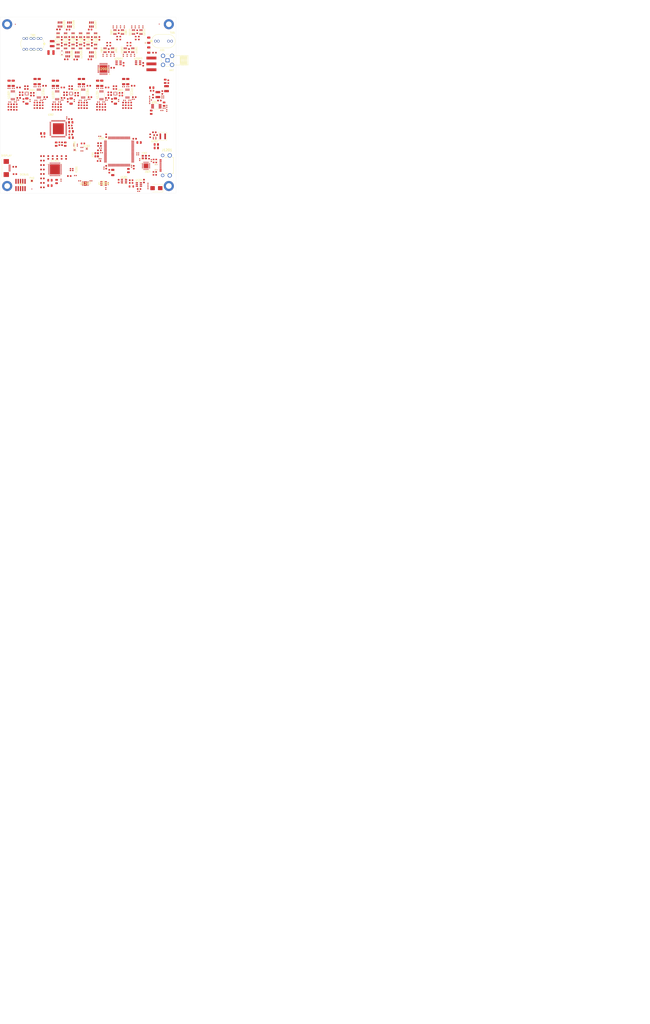
<source format=kicad_pcb>
(kicad_pcb (version 20241229) (generator "pcbnew") (generator_version "9.0")
  (layers (0 "F.Cu" signal) (4 "In1.Cu" power "In1.Cu.gnd") (6 "In2.Cu" signal) (8 "In3.Cu" power "In3.Cu.pwr") (10 "In4.Cu" power "In4.Cu.gnd") (2 "B.Cu" signal) (13 "F.Paste" user) (15 "B.Paste" user) (5 "F.SilkS" user "F.Silkscreen") (7 "B.SilkS" user "B.Silkscreen") (1 "F.Mask" user) (3 "B.Mask" user) (25 "Edge.Cuts" user))
  (property "PROJECTNAME" "NexRig")
  (property "SHEETTOTAL" "1")
  (net 0 "")
  (net 1 "Net-(U202-VDD18)")
  (net 2 "/Rx Front End/RxZ200")
  (net 3 "+3.3V-ON")
  (net 4 "Net-(T101-PB)")
  (net 5 "/Rx Front End/VREF1")
  (net 6 "/Rx Front End/VREF2")
  (net 7 "+3.3VA")
  (net 8 "+5VA")
  (net 9 "VBUS")
  (net 10 "/Rx Front End/VREF3")
  (net 11 "/Rx Front End/VREF4")
  (net 12 "nRESET")
  (net 13 "+3.3V")
  (net 14 "/FPGA/fpgaTestInject")
  (net 15 "/Power/usbDN")
  (net 16 "/Power/usbDP")
  (net 17 "+3.3VFPGAIO")
  (net 18 "Net-(J101-In)")
  (net 19 "/microcontroller/VREF")
  (net 20 "+5.7V")
  (net 21 "/Rx Front End/rxI0+")
  (net 22 "/Rx Front End/rxI0-")
  (net 23 "/Rx Front End/rxQ1+")
  (net 24 "/Rx Front End/rxQ1-")
  (net 25 "/Rx Front End/QSD2/rfIn")
  (net 26 "/Rx Front End/rxQ2+")
  (net 27 "/Rx Front End/rxQ2-")
  (net 28 "/Rx Front End/rxQ0+")
  (net 29 "Net-(T101-PA)")
  (net 30 "/Rx Front End/rxQ0-")
  (net 31 "/Rx Front End/QSD0/rfIn")
  (net 32 "/Rx Front End/rxI1+")
  (net 33 "/Rx Front End/rxI1-")
  (net 34 "/Rx Front End/rxI2+")
  (net 35 "/Rx Front End/rxI2-")
  (net 36 "Net-(U301-1-+)")
  (net 37 "Net-(U301-2-+)")
  (net 38 "Net-(U202-VBUS)")
  (net 39 "Net-(U202-RBIAS)")
  (net 40 "/microcontroller/SWCL")
  (net 41 "/microcontroller/BOOT0")
  (net 42 "/microcontroller/dispNSS")
  (net 43 "/microcontroller/dispMOSI")
  (net 44 "/microcontroller/dispSCK")
  (net 45 "/microcontroller/dispDC")
  (net 46 "/microcontroller/dispRESET")
  (net 47 "/microcontroller/SWO")
  (net 48 "/microcontroller/SWDIO")
  (net 49 "/FPGA/FPGA.MOSI")
  (net 50 "GND")
  (net 51 "/FPGA/FPGA.NSS")
  (net 52 "/FPGA/FPGA.MISO")
  (net 53 "/FPGA/FPGA.SCK")
  (net 54 "/FPGA/Ctrl.audioReset")
  (net 55 "/FPGA/Ctrl.qsdMOSI")
  (net 56 "/FPGA/Ctrl.qsdSCK")
  (net 57 "/FPGA/Ctrl.qsdBCLK")
  (net 58 "/FPGA/Ctrl.qsdData")
  (net 59 "/FPGA/Ctrl.enable6V")
  (net 60 "+VFPGACORE")
  (net 61 "/FPGA/Ctrl.qsdNSS")
  (net 62 "/FPGA/Ctrl.qsdWCLK")
  (net 63 "/microcontroller/usbDATA4")
  (net 64 "/microcontroller/usbDATA2")
  (net 65 "/FPGA/Ctrl.qsdMCLK")
  (net 66 "/FPGA/Ctrl.enable5VA")
  (net 67 "/FPGA/Ctrl.enable3V3")
  (net 68 "/Rx Front End/QSD1/rfIn")
  (net 69 "/FPGA/Ctrl.enable3VA")
  (net 70 "/FPGA/Ctrl.audioSCL")
  (net 71 "/FPGA/Ctrl.audioSDA")
  (net 72 "+1V65bias")
  (net 73 "+2V5bias")
  (net 74 "/microcontroller/usbDATA0")
  (net 75 "/microcontroller/usbDATA1")
  (net 76 "/microcontroller/usbDIR")
  (net 77 "/microcontroller/usbSTP")
  (net 78 "/Rx Front End/Tpad 3/in")
  (net 79 "/Rx Front End/Tpad 12/out")
  (net 80 "/Rx Front End/Tpad 12/in")
  (net 81 "/microcontroller/usbNXT")
  (net 82 "/microcontroller/usbCLKOUT")
  (net 83 "/microcontroller/usbDATA7")
  (net 84 "/microcontroller/usbDATA3")
  (net 85 "Net-(FB301-Pad1)")
  (net 86 "Net-(FB301-Pad2)")
  (net 87 "Net-(FB302-Pad2)")
  (net 88 "Net-(FB302-Pad1)")
  (net 91 "/microcontroller/usbDATA6")
  (net 92 "/microcontroller/usbDATA5")
  (net 93 "Net-(U202-XO)")
  (net 94 "Net-(U202-REFCLK{slash}XI)")
  (net 95 "Net-(U301-1--)")
  (net 96 "Net-(U301-2--)")
  (net 97 "/FPGA/Ctrl.usbCC1adc")
  (net 98 "/FPGA/Ctrl.usbCC2adc")
  (net 99 "/FPGA/FPGA.INTN")
  (net 100 "/FPGA/FPGA.DONE")
  (net 101 "/FPGA/Ctrl.enableFPGAVCORE")
  (net 102 "/FPGA/FPGA.PROG")
  (net 103 "/FPGA/FPGACLK")
  (net 104 "/FPGA/Ctrl.qsdPh1c")
  (net 105 "/FPGA/Ctrl.qsdPh1b")
  (net 106 "/FPGA/Ctrl.qsdPh0b")
  (net 107 "/FPGA/Ctrl.qsdPh0d")
  (net 108 "/FPGA/Ctrl.qsdPh2a")
  (net 109 "/FPGA/Ctrl.qsdPh1a")
  (net 110 "/FPGA/VFPGAPLL")
  (net 111 "/FPGA/Ctrl.qsdPh1d")
  (net 112 "/FPGA/Ctrl.qsdPh0c")
  (net 113 "/FPGA/Ctrl.qsdPh2b")
  (net 114 "/FPGA/Ctrl.qsdPh2c")
  (net 115 "/FPGA/Ctrl.qsdPh0a")
  (net 116 "/FPGA/Ctrl.qsdPh2d")
  (net 117 "Net-(C201-Pad1)")
  (net 118 "Net-(C202-Pad1)")
  (net 119 "Net-(U302-VDD18)")
  (net 120 "Net-(U201-PA0)")
  (net 121 "Net-(R202-Pad2)")
  (net 122 "Net-(U201-PH0)")
  (net 123 "/FPGA/Tune.n3dB")
  (net 124 "/FPGA/Tune.atten3dB")
  (net 125 "/FPGA/Tune.n6dB")
  (net 126 "/FPGA/Tune.atten6dB")
  (net 127 "/FPGA/Tune.n12dB")
  (net 128 "/FPGA/Tune.atten12dB")
  (net 129 "/FPGA/Tune.n24dB")
  (net 130 "/FPGA/Tune.atten24dB")
  (net 131 "Net-(U201-PH1)")
  (net 179 "/FPGA/Tune.C9")
  (net 180 "/FPGA/Tune.nL1")
  (net 181 "/FPGA/Tune.nC4")
  (net 182 "/FPGA/Tune.C6")
  (net 183 "/FPGA/Tune.C5")
  (net 184 "/FPGA/Tune.nC0")
  (net 185 "/FPGA/Tune.nC10")
  (net 186 "/FPGA/Tune.C4")
  (net 187 "/FPGA/Tune.nC8")
  (net 188 "/FPGA/Tune.C10")
  (net 189 "/FPGA/Tune.nC5")
  (net 190 "/FPGA/Tune.C1")
  (net 191 "/FPGA/Tune.nC2")
  (net 192 "/FPGA/Tune.nC1")
  (net 193 "/FPGA/Tune.C3")
  (net 194 "/FPGA/Tune.C8")
  (net 195 "/FPGA/Tune.C2")
  (net 196 "/FPGA/Tune.nC3")
  (net 197 "/FPGA/Tune.C0")
  (net 198 "/FPGA/Tune.nC9")
  (net 199 "/FPGA/Tune.C7")
  (net 200 "/FPGA/Tune.nC6")
  (net 201 "/FPGA/Tune.L1")
  (net 202 "/FPGA/Tune.nC7")
  (net 203 "/Rx Front End/Rx Preselector/preselIn")
  (net 204 "Net-(U701-J1)")
  (net 205 "Net-(U702-J1)")
  (net 206 "Net-(U703-J1)")
  (net 207 "Net-(U704-J1)")
  (net 208 "Net-(U705-J1)")
  (net 209 "Net-(U706-J1)")
  (net 210 "Net-(U707-J1)")
  (net 211 "Net-(U708-J1)")
  (net 212 "Net-(U709-J1)")
  (net 213 "Net-(U710-J1)")
  (net 214 "Net-(U711-J1)")
  (net 215 "Net-(U1201-SW)")
  (net 216 "Net-(U1201-CB)")
  (net 217 "Net-(U1203-IN)")
  (net 218 "Net-(U1204-CT)")
  (net 219 "Net-(D1201-A2)")
  (net 220 "Net-(D1203-A2)")
  (net 223 "Net-(U712-J1)")
  (net 224 "Net-(U1202-SW)")
  (net 225 "/Rx Front End/QSD1/PGA2/in+")
  (net 226 "/Rx Front End/QSD1/PGA1/in+")
  (net 227 "/Rx Front End/QSD2/PGA2/in+")
  (net 228 "/Rx Front End/QSD2/PGA1/in+")
  (net 229 "/Rx Front End/QSD0/PGA2/in-")
  (net 230 "Net-(U601-NO1)")
  (net 231 "Net-(U801-V2)")
  (net 232 "Net-(U801-V1)")
  (net 233 "Net-(R803-Pad1)")
  (net 234 "Net-(U801-J2)")
  (net 235 "Net-(U802-V2)")
  (net 236 "Net-(U802-V1)")
  (net 237 "Net-(U901-V2)")
  (net 238 "Net-(U901-V1)")
  (net 239 "Net-(U901-J2)")
  (net 240 "Net-(R903-Pad1)")
  (net 241 "Net-(U902-V2)")
  (net 242 "Net-(U902-V1)")
  (net 243 "Net-(U1001-V2)")
  (net 244 "Net-(U1001-V1)")
  (net 245 "Net-(R1003-Pad1)")
  (net 246 "Net-(U1001-J2)")
  (net 247 "Net-(U1002-V2)")
  (net 248 "Net-(U1002-V1)")
  (net 249 "Net-(U1101-V2)")
  (net 250 "Net-(U1101-V1)")
  (net 251 "Net-(R1103-Pad1)")
  (net 252 "Net-(U1101-J2)")
  (net 253 "Net-(U1102-V2)")
  (net 254 "Net-(U1102-V1)")
  (net 255 "Net-(U1202-FB)")
  (net 256 "Net-(U1201-FB)")
  (net 257 "Net-(U801-J3)")
  (net 258 "Net-(U901-J3)")
  (net 259 "Net-(U1001-J3)")
  (net 260 "Net-(U1101-J3)")
  (net 261 "Net-(U1206-CT)")
  (net 262 "Net-(C1305-Pad1)")
  (net 263 "Net-(R302-Pad1)")
  (net 264 "Net-(R304-Pad1)")
  (net 265 "Net-(U1301-1-IOT_50b)")
  (net 267 "Net-(U1206-ON)")
  (net 290 "/Rx Front End/QSD0/PGA1/in-")
  (net 291 "/Rx Front End/QSD0/PGA2/in+")
  (net 292 "/Rx Front End/QSD0/PGA1/in+")
  (net 293 "Net-(U1401-INA-)")
  (net 294 "Net-(U1401-INA+)")
  (net 295 "Net-(U1401-INB)")
  (net 296 "Net-(U1401-OUTA)")
  (net 297 "Net-(U1401-OUTB)")
  (net 298 "Net-(T301-P2B)")
  (net 299 "Net-(T301-P1B)")
  (net 300 "Net-(U712-J3)")
  (net 301 "Net-(U802-J3)")
  (net 302 "Net-(U902-J3)")
  (net 303 "Net-(U1002-J3)")
  (net 304 "Net-(U1102-J3)")
  (net 305 "Net-(U1701-INA-)")
  (net 306 "Net-(U1701-INA+)")
  (net 307 "Net-(U1701-OUTA)")
  (net 308 "Net-(U1701-INB)")
  (net 309 "Net-(U1701-OUTB)")
  (net 310 "Net-(U401-NO1)")
  (net 311 "/Rx Front End/QSD1/PGA2/in-")
  (net 312 "/Rx Front End/QSD1/PGA1/in-")
  (net 313 "Net-(U501-NO1)")
  (net 314 "/Rx Front End/QSD2/PGA2/in-")
  (net 315 "/Rx Front End/QSD2/PGA1/in-")
  (net 316 "Net-(U1501-INA-)")
  (net 317 "Net-(U1501-INA+)")
  (net 318 "Net-(U1501-INB)")
  (net 319 "Net-(U1501-OUTA)")
  (net 320 "Net-(U1501-OUTB)")
  (net 321 "Net-(U1601-INA-)")
  (net 322 "Net-(U1601-INA+)")
  (net 323 "Net-(U1601-INB)")
  (net 324 "Net-(U1601-OUTA)")
  (net 325 "Net-(U1601-OUTB)")
  (net 326 "Net-(U1801-INA-)")
  (net 327 "Net-(U1801-INA+)")
  (net 328 "Net-(U1801-OUTA)")
  (net 329 "Net-(U1801-INB)")
  (net 330 "Net-(U1801-OUTB)")
  (net 331 "Net-(U1901-INA-)")
  (net 332 "Net-(U1901-INA+)")
  (net 333 "Net-(U1901-INB)")
  (net 334 "Net-(U1901-OUTA)")
  (net 335 "Net-(U1901-OUTB)")
  (footprint "Resistor_SMD:R_0603_1608Metric" (layer "F.Cu") (at -39.107189 -305.044054 -90)
    (property "Reference" "R1506" (hide yes))
    (property "Value" "330")
  )
  (footprint "Capacitor_SMD:C_0402_1005Metric" (layer "F.Cu") (at -58.832189 -309.669054)
    (property "Reference" "C1604" (hide yes))
    (property "Value" "1uF")
  )
  (footprint "Diode_SMD:D_SOD-923" (layer "F.Cu") (at 19.156671 -270.436253)
    (property "Reference" "D1201" (hide yes))
    (property "Value" "ESD9B5.0ST5G")
  )
  (footprint "Capacitor_SMD:C_1206_3216Metric" (layer "F.Cu") (at -36.457189 -319.127254 90)
    (property "Reference" "C1502" (hide yes))
    (property "Value" "100nF")
  )
  (footprint "Capacitor_SMD:C_0603_1608Metric" (layer "F.Cu") (at -55.595 -309.53 90)
    (property "Reference" "C504" (hide yes))
    (property "Value" "100nF")
  )
  (footprint "MountingHole:MountingHole_3.2mm_M3_ISO7380_Pad" (layer "F.Cu") (at -64.77 -352.34)
    (property "Reference" "MH104" (hide yes))
    (property "Value" "MountingHole" (hide yes))
  )
  (footprint "Capacitor_SMD:C_0805_2012Metric" (layer "F.Cu") (at -44.75 -290.885 180)
    (property "Reference" "C308" (hide yes))
    (property "Value" "10uF")
  )
  (footprint "Resistor_SMD:R_0603_1608Metric" (layer "F.Cu") (at 19.076671 -268.436253 -90)
    (property "Reference" "R1202" (hide yes))
    (property "Value" "5.1k")
  )
  (footprint "Capacitor_SMD:C_0603_1608Metric" (layer "F.Cu") (at -13.07 -275.415 180)
    (property "Reference" "C217" (hide yes))
    (property "Value" "100nF")
  )
  (footprint "Package_DFN_QFN:QFN-48-1EP_7x7mm_P0.5mm_EP5.6x5.6mm" (layer "F.Cu") (at -37.87 -270.74)
    (property "Reference" "U1301")
    (property "Value" "ICE40UP5K-SG48I")
  )
  (footprint "Capacitor_SMD:C_0603_1608Metric" (layer "F.Cu") (at -33.332189 -310.869054)
    (property "Reference" "C1505" (hide yes))
    (property "Value" "100nF")
  )
  (footprint "Capacitor_SMD:C_1206_3216Metric" (layer "F.Cu") (at 0.805 -320.0882 90)
    (property "Reference" "C1401" (hide yes))
    (property "Value" "100nF")
  )
  (footprint "Resistor_SMD:R_0402_1005Metric" (layer "F.Cu") (at -12.635 -289.29 180)
    (property "Reference" "R201" (hide yes))
    (property "Value" "10k")
  )
  (footprint "Capacitor_SMD:C_0603_1608Metric" (layer "F.Cu") (at -31.52 -332.6025)
    (property "Reference" "C2006" (hide yes))
    (property "Value" "100nF")
  )
  (footprint "Capacitor_SMD:C_0603_1608Metric" (layer "F.Cu") (at 9.48 -259.65)
    (property "Reference" "C1202" (hide yes))
    (property "Value" "10uF")
  )
  (footprint "Capacitor_SMD:C_0603_1608Metric" (layer "F.Cu") (at 6.48 -271.89 -90)
    (property "Reference" "C208" (hide yes))
    (property "Value" "10uF")
  )
  (footprint "Resistor_SMD:R_0402_1005Metric" (layer "F.Cu") (at 25.06 -306.161279 90)
    (property "Reference" "R303" (hide yes))
    (property "Value" "47k")
  )
  (footprint "Library:QFN50P900X900X100-65N" (layer "F.Cu") (at -35.97 -293.54 90)
    (property "Reference" "U302")
    (property "Value" "AK5578EN" (hide yes))
  )
  (footprint "Capacitor_SMD:C_0805_2012Metric" (layer "F.Cu") (at 24.18 -320.246279 90)
    (property "Reference" "C306" (hide yes))
    (property "Value" "2.2uF")
  )
  (footprint "Capacitor_SMD:C_0603_1608Metric" (layer "F.Cu") (at -60.932189 -304.994054 90)
    (property "Reference" "C1608" (hide yes))
    (property "Value" "3.3nF")
  )
  (footprint "Resistor_SMD:R_0402_1005Metric" (layer "F.Cu") (at -51.895 -309.43 90)
    (property "Reference" "R501" (hide yes))
    (property "Value" "10k")
  )
  (footprint "Capacitor_SMD:C_0603_1608Metric" (layer "F.Cu") (at -36.007189 -304.994054 90)
    (property "Reference" "C1508" (hide yes))
    (property "Value" "3.3nF")
  )
  (footprint "Capacitor_SMD:C_0805_2012Metric" (layer "F.Cu") (at -40.675 -261.57)
    (property "Reference" "C1315" (hide yes))
    (property "Value" "4.7uF")
  )
  (footprint "Resistor_SMD:R_0402_1005Metric" (layer "F.Cu") (at -46.695 -317.23 180)
    (property "Reference" "R1902" (hide yes))
    (property "Value" "10k")
  )
  (footprint "Capacitor_SMD:C_0603_1608Metric" (layer "F.Cu") (at -10.349533 -307.313197 180)
    (property "Reference" "C1706" (hide yes))
    (property "Value" "150pF")
  )
  (footprint "Capacitor_SMD:C_0603_1608Metric" (layer "F.Cu") (at -26.19981 -332.509863)
    (property "Reference" "C2005" (hide yes))
    (property "Value" "100nF")
  )
  (footprint "Capacitor_SMD:C_0603_1608Metric" (layer "F.Cu") (at -4.845 -316.715 90)
    (property "Reference" "C603" (hide yes))
    (property "Value" "100nF")
  )
  (footprint "Inductor_SMD:L_0603_1608Metric" (layer "F.Cu") (at -44.905 -260.58 180)
    (property "Reference" "FB1301" (hide yes))
    (property "Value" "600")
  )
  (footprint "Capacitor_SMD:C_1206_3216Metric" (layer "F.Cu") (at -28.77 -309.13 90)
    (property "Reference" "C401" (hide yes))
    (property "Value" "100nF")
  )
  (footprint "Resistor_SMD:R_0603_1608Metric" (layer "F.Cu") (at -14.182189 -305.044054 -90)
    (property "Reference" "R1706" (hide yes))
    (property "Value" "330")
  )
  (footprint "Capacitor_SMD:C_0402_1005Metric" (layer "F.Cu") (at -17.59 -264.24)
    (property "Reference" "C1213" (hide yes))
    (property "Value" "1uF")
  )
  (footprint "Capacitor_SMD:C_0805_2012Metric" (layer "F.Cu") (at 19.18 -284.71 180)
    (property "Reference" "C1205" (hide yes))
    (property "Value" "10uF")
  )
  (footprint "Resistor_SMD:R_0402_1005Metric" (layer "F.Cu") (at 5.360208 -350.820226 -90)
    (property "Reference" "R1101" (hide yes))
    (property "Value" "1k")
  )
  (footprint "Library:QFN65P600X600X100-29N-D" (layer "F.Cu") (at -10.52 -327.19 180)
    (property "Reference" "U2001")
    (property "Value" "MCP23S17" (hide yes))
  )
  (footprint "Inductor_SMD:L_0603_1608Metric" (layer "F.Cu") (at 17.31 -311.863779 -90)
    (property "Reference" "FB301" (hide yes))
    (property "Value" "600")
  )
  (footprint "Inductor_SMD:L_0603_1608Metric" (layer "F.Cu") (at -22.12 -285.28)
    (property "Reference" "FB1201" (hide yes))
    (property "Value" "600")
  )
  (footprint "Capacitor_SMD:C_0603_1608Metric" (layer "F.Cu") (at -53.195 -316.715 90)
    (property "Reference" "C502" (hide yes))
    (property "Value" "10uF")
  )
  (footprint "Resistor_SMD:R_0402_1005Metric" (layer "F.Cu") (at -20.637344 -309.574143 180)
    (property "Reference" "R1803" (hide yes))
    (property "Value" "10k")
  )
  (footprint "Capacitor_SMD:C_0603_1608Metric" (layer "F.Cu") (at -18.075192 -349.343547)
    (property "Reference" "C2007" (hide yes))
    (property "Value" "100nF")
  )
  (footprint "Diode_SMD:D_SMB" (layer "F.Cu") (at 19.23 -260.14 180)
    (property "Reference" "D1202" (hide yes))
    (property "Value" "SMBJ15A")
  )
  (footprint "Inductor_SMD:L_1210_3225Metric" (layer "F.Cu") (at 24.93 -316.126279 90)
    (property "Reference" "L302" (hide yes))
    (property "Value" "1.5uH")
  )
  (footprint "Library:SOT65P220X110-6N" (layer "F.Cu") (at -23.46 -346.19 -90)
    (property "Reference" "U708")
    (property "Value" "AS183-92LF" (hide yes))
  )
  (footprint "Resistor_SMD:R_0402_1005Metric" (layer "F.Cu") (at 15.42 -311.246279 90)
    (property "Reference" "R301" (hide yes))
    (property "Value" "100k")
  )
  (footprint "Capacitor_SMD:C_0603_1608Metric" (layer "F.Cu") (at -0.72 -312.23)
    (property "Reference" "C606" (hide yes))
    (property "Value" "470pF")
  )
  (footprint "Library:SOT65P220X110-6N" (layer "F.Cu") (at -31.9 -339.84 90)
    (property "Reference" "U705")
    (property "Value" "AS183-92LF" (hide yes))
  )
  (footprint "Resistor_SMD:R_0402_1005Metric" (layer "F.Cu") (at -21.77 -317.23 180)
    (property "Reference" "R1802" (hide yes))
    (property "Value" "10k")
  )
  (footprint "Capacitor_SMD:C_0402_1005Metric" (layer "F.Cu") (at -23.99 -264.24 180)
    (property "Reference" "C1216" (hide yes))
    (property "Value" "1uF")
  )
  (footprint "Resistor_SMD:R_0402_1005Metric" (layer "F.Cu") (at 16.376671 -275.676253 90)
    (property "Reference" "R205" (hide yes))
    (property "Value" "8.06k")
  )
  (footprint "Library:SOT65P220X110-6N" (layer "F.Cu") (at -19.24 -339.84 90)
    (property "Reference" "U702")
    (property "Value" "AS183-92LF" (hide yes))
  )
  (footprint "Capacitor_SMD:C_0603_1608Metric" (layer "F.Cu") (at -18.145 -311.33)
    (property "Reference" "C1805" (hide yes))
    (property "Value" "100nF")
  )
  (footprint "Capacitor_SMD:C_0402_1005Metric" (layer "F.Cu") (at -27.245 -284.354643 -90)
    (property "Reference" "C1212" (hide yes))
    (property "Value" "1uF")
  )
  (footprint "Resistor_SMD:R_0402_1005Metric" (layer "F.Cu") (at -10.765899 -334.868699 -90)
    (property "Reference" "R906" (hide yes))
    (property "Value" "1k")
  )
  (footprint "Capacitor_SMD:C_0603_1608Metric" (layer "F.Cu") (at -25.566 -344.385 90)
    (property "Reference" "C709" (hide yes))
    (property "Value" "2.2nF")
  )
  (footprint "Capacitor_SMD:C_1206_3216Metric" (layer "F.Cu") (at -61.382189 -319.127254 90)
    (property "Reference" "C1602" (hide yes))
    (property "Value" "100nF")
  )
  (footprint "Capacitor_SMD:C_1206_3216Metric" (layer "F.Cu") (at -3.845 -309.13 90)
    (property "Reference" "C601" (hide yes))
    (property "Value" "100nF")
  )
  (footprint "Capacitor_SMD:C_0603_1608Metric" (layer "F.Cu") (at -44.905 -268.11)
    (property "Reference" "C1314" (hide yes))
    (property "Value" "100nF")
  )
  (footprint "Capacitor_SMD:C_0805_2012Metric" (layer "F.Cu") (at 3.48 -270.015 -90)
    (property "Reference" "C201" (hide yes))
    (property "Value" "2.2uF")
  )
  (footprint "Capacitor_SMD:C_0603_1608Metric" (layer "F.Cu") (at -23.67 -308.28 180)
    (property "Reference" "C1807" (hide yes))
    (property "Value" "150pF")
  )
  (footprint "Diode_SMD:D_SOD-323" (layer "F.Cu") (at -33.949 -336.2851 90)
    (property "Reference" "D301" (hide yes))
    (property "Value" "CDSOD323-TxxC")
  )
  (footprint "Capacitor_SMD:C_0603_1608Metric" (layer "F.Cu") (at -28.995 -290.29)
    (property "Reference" "C321" (hide yes))
    (property "Value" "100nF")
  )
  (footprint "Resistor_SMD:R_0402_1005Metric" (layer "F.Cu") (at 22.31 -311.411279 -90)
    (property "Reference" "R308" (hide yes))
    (property "Value" "33")
  )
  (footprint "Capacitor_SMD:C_0603_1608Metric" (layer "F.Cu") (at -60.199533 -307.313197 180)
    (property "Reference" "C1606" (hide yes))
    (property "Value" "150pF")
  )
  (footprint "Resistor_SMD:R_0402_1005Metric" (layer "F.Cu") (at 1.255 -309.53 180)
    (property "Reference" "R1404" (hide yes))
    (property "Value" "10k")
  )
  (footprint "Capacitor_SMD:C_1206_3216Metric" (layer "F.Cu") (at -49.045 -320.0882 90)
    (property "Reference" "C1901" (hide yes))
    (property "Value" "100nF")
  )
  (footprint "Capacitor_SMD:C_0805_2012Metric" (layer "F.Cu") (at -28.975 -297.18 180)
    (property "Reference" "C315" (hide yes))
    (property "Value" "4.7uF")
  )
  (footprint "Resistor_SMD:R_0402_1005Metric" (layer "F.Cu") (at -10.27 -271.425 -90)
    (property "Reference" "R203" (hide yes))
    (property "Value" "10k")
  )
  (footprint "Resistor_SMD:R_0402_1005Metric" (layer "F.Cu") (at 23.56 -305.151279)
    (property "Reference" "R306" (hide yes))
    (property "Value" "47k")
  )
  (footprint "Library:SOT65P220X110-6N" (layer "F.Cu") (at 1.7 -337.739999 -90)
    (property "Reference" "U1002")
    (property "Value" "AS183-92LF" (hide yes))
  )
  (footprint "Capacitor_SMD:C_1206_3216Metric" (layer "F.Cu") (at -38.757189 -319.127254 90)
    (property "Reference" "C1501" (hide yes))
    (property "Value" "100nF")
  )
  (footprint "Resistor_SMD:R_0402_1005Metric" (layer "F.Cu") (at -45.562344 -309.574143 180)
    (property "Reference" "R1903" (hide yes))
    (property "Value" "10k")
  )
  (footprint "Resistor_SMD:R_0603_1608Metric" (layer "F.Cu") (at 0.455 -306.005 -90)
    (property "Reference" "R1406" (hide yes))
    (property "Value" "330")
  )
  (footprint "Capacitor_SMD:C_0603_1608Metric" (layer "F.Cu") (at -5.395 -327.865 180)
    (property "Reference" "C2001" (hide yes))
    (property "Value" "100nF")
  )
  (footprint "Capacitor_SMD:C_0402_1005Metric" (layer "F.Cu") (at 9.826671 -276.186253 90)
    (property "Reference" "C204" (hide yes))
    (property "Value" "1uF")
  )
  (footprint "Capacitor_SMD:C_0805_2012Metric" (layer "F.Cu") (at 19.18 -282.74 180)
    (property "Reference" "C1206" (hide yes))
    (property "Value" "10uF")
  )
  (footprint "Resistor_SMD:R_0603_1608Metric" (layer "F.Cu") (at 18.78 -289.99)
    (property "Reference" "R1203" (hide yes))
    (property "Value" "85k")
  )
  (footprint "Capacitor_SMD:C_0805_2012Metric" (layer "F.Cu") (at -37.17 -284.89 -90)
    (property "Reference" "C312" (hide yes))
    (property "Value" "10uF")
  )
  (footprint "Resistor_SMD:R_0402_1005Metric" (layer "F.Cu") (at -0.96 -350.862726 90)
    (property "Reference" "R807" (hide yes))
    (property "Value" "1k")
  )
  (footprint "Inductor_SMD:L_0805_2012Metric" (layer "F.Cu") (at 5.1675 -261.09 180)
    (property "Reference" "L1202" (hide yes))
    (property "Value" "2.2uH")
  )
  (footprint "Capacitor_SMD:C_0603_1608Metric" (layer "F.Cu") (at -11.082189 -304.994054 90)
    (property "Reference" "C1708" (hide yes))
    (property "Value" "3.3nF")
  )
  (footprint "Capacitor_SMD:C_0603_1608Metric" (layer "F.Cu") (at -41.645 -277.4 90)
    (property "Reference" "C1306" (hide yes))
    (property "Value" "100nF")
  )
  (footprint "symbols:21-0061L_MXM" (layer "F.Cu") (at -61.557189 -312.380754 -90)
    (property "Reference" "U1601")
    (property "Value" "MAX9939AUB+T")
  )
  (footprint "Capacitor_SMD:C_0603_1608Metric" (layer "F.Cu") (at -17.102 -344.385 90)
    (property "Reference" "C707" (hide yes))
    (property "Value" "560pF")
  )
  (footprint "Package_DFN_QFN:QFN-24-1EP_4x4mm_P0.5mm_EP2.6x2.6mm" (layer "F.Cu") (at 13.389171 -272.686253)
    (property "Reference" "U202")
    (property "Value" "USB3343")
  )
  (footprint "Capacitor_SMD:C_0603_1608Metric" (layer "F.Cu") (at -18.20128 -332.589631)
    (property "Reference" "C2004" (hide yes))
    (property "Value" "100nF")
  )
  (footprint "Capacitor_SMD:C_0603_1608Metric" (layer "F.Cu") (at -58.357189 -316.769054)
    (property "Reference" "C1603" (hide yes))
    (property "Value" "100nF")
  )
  (footprint "Resistor_SMD:R_0402_1005Metric" (layer "F.Cu") (at -11.482189 -316.269054 180)
    (property "Reference" "R1702" (hide yes))
    (property "Value" "10k")
  )
  (footprint "Capacitor_SMD:C_0603_1608Metric" (layer "F.Cu") (at -35.274533 -307.313197 180)
    (property "Reference" "C1506" (hide yes))
    (property "Value" "150pF")
  )
  (footprint "Resistor_SMD:R_0603_1608Metric" (layer "F.Cu") (at 4.669999 -341.13 -90)
    (property "Reference" "R1003" (hide yes))
    (property "Value" "34")
  )
  (footprint "Library:TS3A4751-RUC14" (layer "F.Cu") (at -28.82 -313.305)
    (property "Reference" "U401")
    (property "Value" "TS3A4751RUCR")
  )
  (footprint "Capacitor_SMD:C_0603_1608Metric" (layer "F.Cu") (at -63.232189 -307.319054 180)
    (property "Reference" "C1607" (hide yes))
    (property "Value" "150pF")
  )
  (footprint "Capacitor_SMD:C_0805_2012Metric" (layer "F.Cu") (at 23.56 -307.401279 90)
    (property "Reference" "C302" (hide yes))
    (property "Value" "2.2uF")
  )
  (footprint "Resistor_SMD:R_0603_1608Metric" (layer "F.Cu") (at 19.151671 -275.436253 90)
    (property "Reference" "R1208" (hide yes))
    (property "Value" "5.1k")
  )
  (footprint "Library:IND_XGL4030_COC" (layer "F.Cu") (at 22.805 -289.265 180)
    (property "Reference" "L1201" (hide yes))
    (property "Value" "1uH")
  )
  (footprint "Capacitor_SMD:C_0603_1608Metric" (layer "F.Cu") (at -62.532189 -305.044054 90)
    (property "Reference" "C1609" (hide yes))
    (property "Value" "3.3nF")
  )
  (footprint "Resistor_SMD:R_0402_1005Metric" (layer "F.Cu") (at 2.780001 -334.8404 -90)
    (property "Reference" "R1007" (hide yes))
    (property "Value" "1k")
  )
  (footprint "Capacitor_SMD:C_0603_1608Metric" (layer "F.Cu") (at -7.27 -269.64 -90)
    (property "Reference" "C213" (hide yes))
    (property "Value" "100nF")
  )
  (footprint "Capacitor_SMD:C_0603_1608Metric" (layer "F.Cu") (at -45.562344 -308.274143 180)
    (property "Reference" "C1906" (hide yes))
    (property "Value" "150pF")
  )
  (footprint "Capacitor_SMD:C_0603_1608Metric" (layer "F.Cu") (at -21.334 -344.385 90)
    (property "Reference" "C708" (hide yes))
    (property "Value" "1nF")
  )
  (footprint "Resistor_SMD:R_0603_1608Metric" (layer "F.Cu") (at -24.47 -306.005 -90)
    (property "Reference" "R1806" (hide yes))
    (property "Value" "330")
  )
  (footprint "Resistor_SMD:R_0402_1005Metric" (layer "F.Cu") (at -23.67 -309.53 180)
    (property "Reference" "R1804" (hide yes))
    (property "Value" "10k")
  )
  (footprint "Capacitor_SMD:C_0603_1608Metric" (layer "F.Cu") (at -44.905 -273.13)
    (property "Reference" "C1308" (hide yes))
    (property "Value" "10nF")
  )
  (footprint "Capacitor_SMD:C_0603_1608Metric" (layer "F.Cu") (at -22.97 -306.005 90)
    (property "Reference" "C1809" (hide yes))
    (property "Value" "3.3nF")
  )
  (footprint "Capacitor_SMD:C_0603_1608Metric" (layer "F.Cu") (at -43.72 -317.73)
    (property "Reference" "C1903" (hide yes))
    (property "Value" "100nF")
  )
  (footprint "Library:ECSTXO201633400TR" (layer "F.Cu") (at -28.485 -270.58)
    (property "Reference" "Y1301")
    (property "Value" "40MHz" (hide yes))
  )
  (footprint "Capacitor_SMD:C_0603_1608Metric" (layer "F.Cu") (at -31.605 -277.4 -90)
    (property "Reference" "C1312" (hide yes))
    (property "Value" "100nF")
  )
  (footprint "Capacitor_SMD:C_0603_1608Metric" (layer "F.Cu") (at -44.905 -275.64)
    (property "Reference" "C1307" (hide yes))
    (property "Value" "100nF")
  )
  (footprint "Capacitor_SMD:C_0402_1005Metric" (layer "F.Cu") (at -43.645 -310.13)
    (property "Reference" "C1904" (hide yes))
    (property "Value" "1uF")
  )
  (footprint "Package_TO_SOT_SMD:SOT-23-6" (layer "F.Cu") (at -25.363734 -335.352638 -90)
    (property "Reference" "U2005")
    (property "Value" "SN74LVC2G14DBV")
  )
  (footprint "Capacitor_SMD:C_0402_1005Metric" (layer "F.Cu") (at -12.29 -282.665 180)
    (property "Reference" "C210" (hide yes))
    (property "Value" "1uF")
  )
  (footprint "Capacitor_SMD:C_0603_1608Metric" (layer "F.Cu") (at 18.0813 -291.5613 180)
    (property "Reference" "C1201" (hide yes))
    (property "Value" "10uF")
  )
  (footprint "Resistor_SMD:R_0402_1005Metric" (layer "F.Cu") (at 11.629308 -350.834426 90)
    (property "Reference" "R1106" (hide yes))
    (property "Value" "1k")
  )
  (footprint "Capacitor_SMD:C_0603_1608Metric" (layer "F.Cu") (at 5.005 -264.6)
    (property "Reference" "C1207" (hide yes))
    (property "Value" "10uF")
  )
  (footprint "Library:SON65P300X300X100-9N-D" (layer "F.Cu") (at -20.77 -262.715)
    (property "Reference" "U1207")
    (property "Value" "TPS74612PQWDRBRQ1" (hide yes))
  )
  (footprint "Capacitor_SMD:C_0603_1608Metric" (layer "F.Cu") (at 3.555 -305.955 90)
    (property "Reference" "C1408" (hide yes))
    (property "Value" "3.3nF")
  )
  (footprint "Capacitor_SMD:C_0603_1608Metric" (layer "F.Cu") (at -37.607189 -305.044054 90)
    (property "Reference" "C1509" (hide yes))
    (property "Value" "3.3nF")
  )
  (footprint "symbols:21-0061L_MXM" (layer "F.Cu") (at 2.93 -313.3417 -90)
    (property "Reference" "U1401")
    (property "Value" "MAX9939AUB+T")
  )
  (footprint "Resistor_SMD:R_0603_1608Metric" (layer "F.Cu") (at -2.85 -344.573126 90)
    (property "Reference" "R803" (hide yes))
    (property "Value" "34")
  )
  (footprint "Resistor_SMD:R_0402_1005Metric" (layer "F.Cu") (at -48.595 -309.53 180)
    (property "Reference" "R1904" (hide yes))
    (property "Value" "10k")
  )
  (footprint "Package_TO_SOT_SMD:SOT-23-6" (layer "F.Cu") (at -2.07 -330.64)
    (property "Reference" "U2002")
    (property "Value" "SN74LVC2G14DBV")
  )
  (footprint "Capacitor_SMD:C_0805_2012Metric" (layer "F.Cu") (at 9.48 -285.815)
    (property "Reference" "C202" (hide yes))
    (property "Value" "2.2uF")
  )
  (footprint "Capacitor_SMD:C_0603_1608Metric" (layer "F.Cu") (at -12.86 -281.415 180)
    (property "Reference" "C212" (hide yes))
    (property "Value" "100nF")
  )
  (footprint "Resistor_SMD:R_0603_1608Metric" (layer "F.Cu") (at -64.032189 -305.044054 -90)
    (property "Reference" "R1606" (hide yes))
    (property "Value" "330")
  )
  (footprint "Capacitor_SMD:C_0603_1608Metric" (layer "F.Cu") (at -21.334 -341.025 -90)
    (property "Reference" "C702" (hide yes))
    (property "Value" "15pF")
  )
  (footprint "Capacitor_SMD:C_0805_2012Metric" (layer "F.Cu") (at -28.72 -292.08 180)
    (property "Reference" "C310" (hide yes))
    (property "Value" "4.7uF")
  )
  (footprint "Resistor_SMD:R_0402_1005Metric" (layer "F.Cu") (at -6.4683 -334.882899 90)
    (property "Reference" "R902" (hide yes))
    (property "Value" "1k")
  )
  (footprint "Resistor_SMD:R_0603_1608Metric" (layer "F.Cu") (at 8.443408 -348.113126 90)
    (property "Reference" "R1104" (hide yes))
    (property "Value" "562")
  )
  (footprint "Capacitor_SMD:C_0603_1608Metric" (layer "F.Cu") (at -44.905 -270.62)
    (property "Reference" "C1313" (hide yes))
    (property "Value" "1nF")
  )
  (footprint "Capacitor_SMD:C_0603_1608Metric" (layer "F.Cu") (at 16.81 -314.901279 180)
    (property "Reference" "C303" (hide yes))
    (property "Value" "10nF")
  )
  (footprint "Capacitor_SMD:C_0603_1608Metric" (layer "F.Cu") (at 11.800662 -329.79 90)
    (property "Reference" "C2003" (hide yes))
    (property "Value" "100nF")
  )
  (footprint "Library:68710814022" (layer "F.Cu") (at -63.77 -271.46 -90)
    (property "Reference" "J201" (hide yes))
    (property "Value" "68710814022" (hide yes))
  )
  (footprint "Capacitor_SMD:C_0805_2012Metric" (layer "F.Cu") (at -36.945 -263.86 -90)
    (property "Reference" "C1302" (hide yes))
    (property "Value" "4.7uF")
  )
  (footprint "Resistor_SMD:R_0603_1608Metric" (layer "F.Cu") (at -9.582189 -304.994054 -90)
    (property "Reference" "R1705" (hide yes))
    (property "Value" "330")
  )
  (footprint "symbols:21-0061L_MXM" (layer "F.Cu") (at -11.707189 -312.380754 -90)
    (property "Reference" "U1701")
    (property "Value" "MAX9939AUB+T")
  )
  (footprint "Capacitor_SMD:C_0402_1005Metric" (layer "F.Cu") (at -12.5 -276.655 180)
    (property "Reference" "C215" (hide yes))
    (property "Value" "1uF")
  )
  (footprint "Resistor_SMD:R_0603_1608Metric" (layer "F.Cu") (at -6.720001 -341.129999 -90)
    (property "Reference" "R903" (hide yes))
    (property "Value" "34")
  )
  (footprint "Capacitor_SMD:C_0603_1608Metric" (layer "F.Cu") (at -58.257189 -310.869054)
    (property "Reference" "C1605" (hide yes))
    (property "Value" "100nF")
  )
  (footprint "Capacitor_SMD:C_0402_1005Metric" (layer "F.Cu") (at -33.907189 -309.669054)
    (property "Reference" "C1504" (hide yes))
    (property "Value" "1uF")
  )
  (footprint "Capacitor_SMD:C_0603_1608Metric" (layer "F.Cu") (at 20.91 -309.426279 180)
    (property "Reference" "C307" (hide yes))
    (property "Value" "100nF")
  )
  (footprint "Capacitor_SMD:C_1206_3216Metric" (layer "F.Cu") (at 3.105 -320.0882 90)
    (property "Reference" "C1402" (hide yes))
    (property "Value" "100nF")
  )
  (footprint "Resistor_SMD:R_0603_1608Metric" (layer "F.Cu") (at -1.99 -348.113126 90)
    (property "Reference" "R804" (hide yes))
    (property "Value" "562")
  )
  (footprint "Resistor_SMD:R_0603_1608Metric" (layer "F.Cu") (at -34.507189 -304.994054 -90)
    (property "Reference" "R1505" (hide yes))
    (property "Value" "330")
  )
  (footprint "Capacitor_SMD:C_1206_3216Metric" (layer "F.Cu") (at -21.82 -320.0882 90)
    (property "Reference" "C1802" (hide yes))
    (property "Value" "100nF")
  )
  (footprint "Capacitor_SMD:C_0603_1608Metric" (layer "F.Cu") (at -33.432189 -316.769054)
    (property "Reference" "C1503" (hide yes))
    (property "Value" "100nF")
  )
  (footprint "Package_QFP:LQFP-100_14x14mm_P0.5mm" (layer "F.Cu") (at -1.77 -280.74)
    (property "Reference" "U201")
    (property "Value" "STM32H753VITx")
  )
  (footprint "Capacitor_SMD:C_0603_1608Metric" (layer "F.Cu") (at 25.93 -320.026279 90)
    (property "Reference" "C304" (hide yes))
    (property "Value" "10nF")
  )
  (footprint "Library:FTSH10501LDVK" (layer "F.Cu") (at -57.25 -263.95 180)
    (property "Reference" "J202")
    (property "Value" "FTSH-105-01-L-DV-K" (hide yes))
  )
  (footprint "Resistor_SMD:R_0603_1608Metric" (layer "F.Cu") (at -19.87 -305.955 -90)
    (property "Reference" "R1805" (hide yes))
    (property "Value" "330")
  )
  (footprint "Resistor_SMD:R_0402_1005Metric" (layer "F.Cu") (at -10.349533 -308.613197 180)
    (property "Reference" "R1703" (hide yes))
    (property "Value" "10k")
  )
  (footprint "Resistor_SMD:R_0603_1608Metric" (layer "F.Cu") (at 5.055 -305.955 -90)
    (property "Reference" "R1405" (hide yes))
    (property "Value" "330")
  )
  (footprint "Resistor_SMD:R_0402_1005Metric" (layer "F.Cu") (at -38.307189 -308.569054 180)
    (property "Reference" "R1504" (hide yes))
    (property "Value" "10k")
  )
  (footprint "Capacitor_SMD:C_0603_1608Metric" (layer "F.Cu") (at -34.03 -344.385 90)
    (property "Reference" "C711" (hide yes))
    (property "Value" "8.2nF")
  )
  (footprint "Resistor_SMD:R_0402_1005Metric" (layer "F.Cu") (at -13.382189 -308.569054 180)
    (property "Reference" "R1704" (hide yes))
    (property "Value" "10k")
  )
  (footprint "Library:SOT65P220X110-6N" (layer "F.Cu") (at 5.92 -337.74 -90)
    (property "Reference" "U1001")
    (property "Value" "AS183-92LF" (hide yes))
  )
  (footprint "Resistor_SMD:R_0603_1608Metric" (layer "F.Cu") (at 15.73 -289.615 -90)
    (property "Reference" "R1204" (hide yes))
    (property "Value" "10k")
  )
  (footprint "MountingHole:MountingHole_3.2mm_M3_ISO7380_Pad" (layer "F.Cu") (at -64.77 -261.34)
    (property "Reference" "MH101" (hide yes))
    (property "Value" "MountingHole" (hide yes))
  )
  (footprint "Resistor_SMD:R_0402_1005Metric" (layer "F.Cu") (at 6.8932 -334.882901 90)
    (property "Reference" "R1001" (hide yes))
    (property "Value" "1k")
  )
  (footprint "Capacitor_SMD:C_0603_1608Metric" (layer "F.Cu") (at -29.805 -266.95)
    (property "Reference" "C1303" (hide yes))
    (property "Value" "100nF")
  )
  (footprint "Package_TO_SOT_SMD:SOT-563" (layer "F.Cu") (at 18.2175 -288.265)
    (property "Reference" "U1202")
    (property "Value" "TPS6123")
  )
  (footprint "Library:SOT65P220X110-6N" (layer "F.Cu") (at -15.02 -339.84 90)
    (property "Reference" "U701")
    (property "Value" "AS183-92LF" (hide yes))
  )
  (footprint "Library:SOT65P220X110-6N" (layer "F.Cu") (at -19.24 -346.19 -90)
    (property "Reference" "U707")
    (property "Value" "AS183-92LF" (hide yes))
  )
  (footprint "Capacitor_SMD:C_0603_1608Metric" (layer "F.Cu") (at 12.23 -264.115 90)
    (property "Reference" "C1204" (hide yes))
    (property "Value" "100nF")
  )
  (footprint "Resistor_SMD:R_0402_1005Metric" (layer "F.Cu") (at 0.765 -317.23)
    (property "Reference" "R1401" (hide yes))
    (property "Value" "10k")
  )
  (footprint "Resistor_SMD:R_0402_1005Metric" (layer "F.Cu") (at -34.445 -264.63 90)
    (property "Reference" "R1301" (hide yes))
    (property "Value" "100k")
  )
  (footprint "Resistor_SMD:R_0402_1005Metric" (layer "F.Cu") (at 3.155 -317.23 180)
    (property "Reference" "R1402" (hide yes))
    (property "Value" "10k")
  )
  (footprint "Resistor_SMD:R_0402_1005Metric" (layer "F.Cu") (at -2.045 -309.43 90)
    (property "Reference" "R601" (hide yes))
    (property "Value" "10k")
  )
  (footprint "Library:SOT65P220X110-6N" (layer "F.Cu") (at -27.68 -339.84 90)
    (property "Reference" "U704")
    (property "Value" "AS183-92LF" (hide yes))
  )
  (footprint "Resistor_SMD:R_0402_1005Metric" (layer "F.Cu") (at 7.331708 -350.820226 -90)
    (property "Reference" "R1102" (hide yes))
    (property "Value" "1k")
  )
  (footprint "Package_TO_SOT_SMD:SOT-23-6" (layer "F.Cu") (at 8.93 -330.69)
    (property "Reference" "U2003")
    (property "Value" "SN74LVC2G14DBV")
  )
  (footprint "Capacitor_SMD:C_1206_3216Metric" (layer "F.Cu") (at -63.682189 -319.127254 90)
    (property "Reference" "C1601" (hide yes))
    (property "Value" "100nF")
  )
  (footprint "Capacitor_SMD:C_0603_1608Metric" (layer "F.Cu") (at -29.2 -298.98)
    (property "Reference" "C319" (hide yes))
    (property "Value" "100nF")
  )
  (footprint "Capacitor_SMD:C_0603_1608Metric" (layer "F.Cu") (at 0.752714 -329.84 90)
    (property "Reference" "C2002" (hide yes))
    (property "Value" "100nF")
  )
  (footprint "Library:SOT65P220X110-6N" (layer "F.Cu") (at -4.1 -347.963126 90)
    (property "Reference" "U801")
    (property "Value" "AS183-92LF" (hide yes))
  )
  (footprint "Resistor_SMD:R_0402_1005Metric" (layer "F.Cu") (at -8.609999 -334.840399 -90)
    (property "Reference" "R907" (hide yes))
    (property "Value" "1k")
  )
  (footprint "Capacitor_SMD:C_0603_1608Metric" (layer "F.Cu") (at -36.625 -277.4 -90)
    (property "Reference" "C1310" (hide yes))
    (property "Value" "10nF")
  )
  (footprint "symbols:21-0061L_MXM" (layer "F.Cu") (at -36.632189 -312.380754 -90)
    (property "Reference" "U1501")
    (property "Value" "MAX9939AUB+T")
  )
  (footprint "Package_TO_SOT_SMD:SOT-23-6" (layer "F.Cu") (at -30.67 -335.44 -90)
    (property "Reference" "U2006")
    (property "Value" "SN74LVC2G14DBV")
  )
  (footprint "Capacitor_SMD:C_1206_3216Metric" (layer "F.Cu") (at 14.93 -343.365 -90)
    (property "Reference" "C102" (hide yes))
    (property "Value" "100nF")
  )
  (footprint "Resistor_SMD:R_0603_1608Metric" (layer "F.Cu") (at -7.58 -337.589999 -90)
    (property "Reference" "R904" (hide yes))
    (property "Value" "562")
  )
  (footprint "Capacitor_SMD:C_0603_1608Metric" (layer "F.Cu") (at -3.345 -316.715 90)
    (property "Reference" "C602" (hide yes))
    (property "Value" "10uF")
  )
  (footprint "Resistor_SMD:R_0402_1005Metric" (layer "F.Cu") (at 8.72 -278.895 180)
    (property "Reference" "R206" (hide yes))
    (property "Value" "10k")
  )
  (footprint "Resistor_SMD:R_0402_1005Metric" (layer "F.Cu") (at -35.274533 -308.613197 180)
    (property "Reference" "R1503" (hide yes))
    (property "Value" "10k")
  )
  (footprint "Resistor_SMD:R_0402_1005Metric" (layer "F.Cu") (at -26.97 -309.43 90)
    (property "Reference" "R401" (hide yes))
    (property "Value" "10k")
  )
  (footprint "Inductor_SMD:L_0603_1608Metric" (layer "F.Cu") (at 22.56 -313.938779 90)
    (property "Reference" "FB302" (hide yes))
    (property "Value" "600")
  )
  (footprint "Resistor_SMD:R_0402_1005Metric" (layer "F.Cu") (at -4.4968 -334.8829 90)
    (property "Reference" "R901" (hide yes))
    (property "Value" "1k")
  )
  (footprint "Library:RFPCSMA27F" (layer "F.Cu") (at 25.49 -332.05 180)
    (property "Reference" "J101")
    (property "Value" "SMA" (hide yes))
  )
  (footprint "Resistor_SMD:R_0402_1005Metric" (layer "F.Cu") (at 0.624101 -334.8687 -90)
    (property "Reference" "R1006" (hide yes))
    (property "Value" "1k")
  )
  (footprint "Library:SOT65P220X110-6N" (layer "F.Cu") (at 6.333408 -347.963126 90)
    (property "Reference" "U1101")
    (property "Value" "AS183-92LF" (hide yes))
  )
  (footprint "Resistor_SMD:R_0402_1005Metric" (layer "F.Cu") (at 23.28 -311.426279 -90)
    (property "Reference" "R309" (hide yes))
    (property "Value" "33")
  )
  (footprint "Resistor_SMD:R_0402_1005Metric" (layer "F.Cu") (at 15.93 -309.726279 180)
    (property "Reference" "R305" (hide yes))
    (property "Value" "47k")
  )
  (footprint "Fiducial:Fiducial_0.5mm_Mask2mm" (layer "F.Cu") (at 20.83 -352.44)
    (property "Reference" "FID103" (hide yes))
    (property "Value" "Fiducial")
  )
  (footprint "Capacitor_SMD:C_0402_1005Metric" (layer "F.Cu") (at 6.205 -310.13)
    (property "Reference" "C1404" (hide yes))
    (property "Value" "1uF")
  )
  (footprint "Capacitor_SMD:C_0603_1608Metric" (layer "F.Cu") (at -38.307189 -307.319054 180)
    (property "Reference" "C1507" (hide yes))
    (property "Value" "150pF")
  )
  (footprint "Capacitor_SMD:C_0402_1005Metric" (layer "F.Cu") (at -7.82 -262.64 -90)
    (property "Reference" "C1217" (hide yes))
    (property "Value" "1uF")
  )
  (footprint "Diode_SMD:D_SOD-923" (layer "F.Cu") (at 19.156671 -273.436253)
    (property "Reference" "D1203" (hide yes))
    (property "Value" "ESD9B5.0ST5G")
  )
  (footprint "Capacitor_SMD:C_0603_1608Metric" (layer "F.Cu") (at -5.745 -309.53 90)
    (property "Reference" "C604" (hide yes))
    (property "Value" "100nF")
  )
  (footprint "Capacitor_SMD:C_0603_1608Metric" (layer "F.Cu") (at -8.507189 -316.769054)
    (property "Reference" "C1703" (hide yes))
    (property "Value" "100nF")
  )
  (footprint "Library:Transformer-unun-BN-43-202" (layer "F.Cu") (at 23.18 -342.84 90)
    (property "Reference" "T101")
    (property "Value" "INPUT")
  )
  (footprint "MountingHole:MountingHole_3.2mm_M3_ISO7380_Pad" (layer "F.Cu") (at 26.23 -352.34)
    (property "Reference" "MH103" (hide yes))
    (property "Value" "MountingHole" (hide yes))
  )
  (footprint "Resistor_SMD:R_0603_1608Metric" (layer "F.Cu") (at 7.583408 -344.573126 90)
    (property "Reference" "R1103" (hide yes))
    (property "Value" "34")
  )
  (footprint "Capacitor_SMD:C_0603_1608Metric" (layer "F.Cu") (at -12.682189 -305.044054 90)
    (property "Reference" "C1709" (hide yes))
    (property "Value" "3.3nF")
  )
  (footprint "Library:SOT65P220X110-6N" (layer "F.Cu") (at -36.12 -346.19 -90)
    (property "Reference" "U711")
    (property "Value" "AS183-92LF" (hide yes))
  )
  (footprint "Package_SON:Texas_X2SON-4_1x1mm_P0.65mm" (layer "F.Cu") (at -19.94 -282.309643 -90)
    (property "Reference" "U1203")
    (property "Value" "TPS7A92050DBVR")
  )
  (footprint "Capacitor_SMD:C_0402_1005Metric" (layer "F.Cu") (at -31.225 -299.68 90)
    (property "Reference" "C317" (hide yes))
    (property "Value" "1uF")
  )
  (footprint "Capacitor_SMD:C_0603_1608Metric" (layer "F.Cu") (at -34.03 -341.025 -90)
    (property "Reference" "C705" (hide yes))
    (property "Value" "120pF")
  )
  (footprint "Capacitor_SMD:C_0402_1005Metric" (layer "F.Cu") (at -25.275 -284.354643 -90)
    (property "Reference" "C1214" (hide yes))
    (property "Value" "1uF")
  )
  (footprint "Capacitor_SMD:C_0603_1608Metric" (layer "F.Cu") (at -44.55 -289.085 180)
    (property "Reference" "C311" (hide yes))
    (property "Value" "100nF")
  )
  (footprint "Library:TS3A4751-RUC14" (layer "F.Cu") (at -3.895 -313.305)
    (property "Reference" "U601")
    (property "Value" "TS3A4751RUCR")
  )
  (footprint "Capacitor_SMD:C_1206_3216Metric" (layer "F.Cu") (at -24.12 -320.0882 90)
    (property "Reference" "C1801" (hide yes))
    (property "Value" "100nF")
  )
  (footprint "Capacitor_SMD:C_0603_1608Metric" (layer "F.Cu") (at -50.57 -313.73)
    (property "Reference" "C505" (hide yes))
    (property "Value" "470pF")
  )
  (footprint "Resistor_SMD:R_0402_1005Metric" (layer "F.Cu") (at -13.872189 -316.269054)
    (property "Reference" "R1701" (hide yes))
    (property "Value" "10k")
  )
  (footprint "Capacitor_SMD:C_0603_1608Metric" (layer "F.Cu") (at -33.885 -285.115 -90)
    (property "Reference" "C318" (hide yes))
    (property "Value" "100nF")
  )
  (footprint "Capacitor_SMD:C_0603_1608Metric" (layer "F.Cu") (at -48.595 -308.28 180)
    (property "Reference" "C1907" (hide yes))
    (property "Value" "150pF")
  )
  (footprint "Capacitor_SMD:C_0603_1608Metric" (layer "F.Cu") (at -29.798 -344.385 90)
    (property "Reference" "C710" (hide yes))
    (property "Value" "3.9nF")
  )
  (footprint "Capacitor_SMD:C_0603_1608Metric" (layer "F.Cu") (at -29.77 -316.715 90)
    (property "Reference" "C403" (hide yes))
    (property "Value" "100nF")
  )
  (footprint "Capacitor_SMD:C_0402_1005Metric" (layer "F.Cu") (at -9.22 -259.96 -90)
    (property "Reference" "C1215" (hide yes))
    (property "Value" "1nF")
  )
  (footprint "Package_TO_SOT_SMD:SOT-23-6" (layer "F.Cu") (at -17.389827 -335.388706 -90)
    (property "Reference" "U2004")
    (property "Value" "SN74LVC2G14DBV")
  )
  (footprint "Capacitor_SMD:C_0603_1608Metric" (layer "F.Cu") (at -20.637344 -308.274143 180)
    (property "Reference" "C1806" (hide yes))
    (property "Value" "150pF")
  )
  (footprint "Resistor_SMD:R_0603_1608Metric" (layer "F.Cu") (at -8.47 -341.129999 -90)
    (property "Reference" "R905" (hide yes))
    (property "Value" "34")
  )
  (footprint "Resistor_SMD:R_0402_1005Metric" (layer "F.Cu") (at -5.0732 -350.820226 -90)
    (property "Reference" "R801" (hide yes))
    (property "Value" "1k")
  )
  (footprint "Inductor_SMD:L_1210_3225Metric" (layer "F.Cu") (at -39.43 -341.42 -90)
    (property "Reference" "L701" (hide yes))
    (property "Value" "1.5uH")
  )
  (footprint "Resistor_SMD:R_0402_1005Metric" (layer "F.Cu") (at 1.1959 -350.834426 90)
    (property "Reference" "R806" (hide yes))
    (property "Value" "1k")
  )
  (footprint "Capacitor_SMD:C_0603_1608Metric" (layer "F.Cu") (at -2.02 -264.065 90)
    (property "Reference" "C1211" (hide yes))
    (property "Value" "220pF")
  )
  (footprint "Library:TS3A4751-RUC14" (layer "F.Cu") (at -53.745 -313.305)
    (property "Reference" "U501")
    (property "Value" "TS3A4751RUCR")
  )
  (footprint "Capacitor_SMD:C_0603_1608Metric" (layer "F.Cu") (at -35.37 -285.14 -90)
    (property "Reference" "C314" (hide yes))
    (property "Value" "100nF")
  )
  (footprint "Library:SOT65P220X110-6N" (layer "F.Cu") (at -15.02 -346.19 -90)
    (property "Reference" "U706")
    (property "Value" "AS183-92LF" (hide yes))
  )
  (footprint "Resistor_SMD:R_0603_1608Metric" (layer "F.Cu") (at 17.576671 -268.436253 90)
    (property "Reference" "R1201" (hide yes))
    (property "Value" "1k")
  )
  (footprint "Capacitor_SMD:C_0603_1608Metric" (layer "F.Cu") (at -39.135 -277.4 90)
    (property "Reference" "C1309" (hide yes))
    (property "Value" "10nF")
  )
  (footprint "Capacitor_SMD:C_0603_1608Metric" (layer "F.Cu") (at -25.645 -313.73)
    (property "Reference" "C405" (hide yes))
    (property "Value" "470pF")
  )
  (footprint "Library:SOT65P220X110-6N" (layer "F.Cu") (at -9.69 -337.739998 -90)
    (property "Reference" "U902")
    (property "Value" "AS183-92LF" (hide yes))
  )
  (footprint "Capacitor_SMD:C_0603_1608Metric" (layer "F.Cu") (at -50.57 -312.23)
    (property "Reference" "C506" (hide yes))
    (property "Value" "470pF")
  )
  (footprint "Capacitor_SMD:C_0603_1608Metric" (layer "F.Cu") (at -44.905 -278.15)
    (property "Reference" "C1305" (hide yes))
    (property "Value" "120pF")
  )
  (footprint "Capacitor_SMD:C_0603_1608Metric" (layer "F.Cu") (at -46.295 -305.955 90)
    (property "Reference" "C1908" (hide yes))
    (property "Value" "3.3nF")
  )
  (footprint "Capacitor_SMD:C_0402_1005Metric" (layer "F.Cu") (at -22.69 -283.04)
    (property "Reference" "C1209" (hide yes))
    (property "Value" "1uF")
  )
  (footprint "Capacitor_SMD:C_0402_1005Metric" (layer "F.Cu") (at -26.365 -267.22)
    (property "Reference" "C1301" (hide yes))
    (property "Value" "1uF")
  )
  (footprint "Resistor_SMD:R_0402_1005Metric" (layer "F.Cu") (at 9.473408 -350.862726 90)
    (property "Reference" "R1107" (hide yes))
    (property "Value" "1k")
  )
  (footprint "Resistor_SMD:R_0402_1005Metric" (layer "F.Cu") (at -60.199533 -308.613197 180)
    (property "Reference" "R1603" (hide yes))
    (property "Value" "10k")
  )
  (footprint "Capacitor_SMD:C_0603_1608Metric" (layer "F.Cu") (at -30.476866 -349.328008)
    (property "Reference" "C2008" (hide yes))
    (property "Value" "100nF")
  )
  (footprint "Capacitor_SMD:C_1206_3216Metric" (layer "F.Cu") (at -5.33 -268.94 -90)
    (property "Reference" "C205" (hide yes))
    (property "Value" "100uF")
  )
  (footprint "Capacitor_SMD:C_0603_1608Metric" (layer "F.Cu") (at 4.287656 -308.274143 180)
    (property "Reference" "C1406" (hide yes))
    (property "Value" "150pF")
  )
  (footprint "Capacitor_SMD:C_0603_1608Metric" (layer "F.Cu") (at -9.02 -271.89 -90)
    (property "Reference" "C218" (hide yes))
    (property "Value" "100nF")
  )
  (footprint "Capacitor_SMD:C_0603_1608Metric" (layer "F.Cu") (at -25.566 -341.025 -90)
    (property "Reference" "C703" (hide yes))
    (property "Value" "33pF")
  )
  (footprint "Resistor_SMD:R_0603_1608Metric" (layer "F.Cu") (at -1.1 -344.573126 90)
    (property "Reference" "R805" (hide yes))
    (property "Value" "34")
  )
  (footprint "Capacitor_SMD:C_0603_1608Metric" (layer "F.Cu") (at -35.898641 -349.418463)
    (property "Reference" "C2009" (hide yes))
    (property "Value" "100nF")
  )
  (footprint "Capacitor_SMD:C_0603_1608Metric" (layer "F.Cu") (at -30.67 -309.53 90)
    (property "Reference" "C404" (hide yes))
    (property "Value" "100nF")
  )
  (footprint "Capacitor_SMD:C_0603_1608Metric" (layer "F.Cu") (at 1.255 -308.28 180)
    (property "Reference" "C1407" (hide yes))
    (property "Value" "150pF")
  )
  (footprint "Resistor_SMD:R_0603_1608Metric" (layer "F.Cu") (at -49.395 -306.005 -90)
    (property "Reference" "R1906" (hide yes))
    (property "Value" "330")
  )
  (footprint "Package_TO_SOT_SMD:SOT-23-6" (layer "F.Cu") (at -29.72 -352.1775 -90)
    (property "Reference" "U2008")
    (property "Value" "SN74LVC2G14DBV")
  )
  (footprint "Capacitor_SMD:C_0603_1608Metric" (layer "F.Cu") (at -29.2 -295.38 180)
    (property "Reference" "C313" (hide yes))
    (property "Value" "100nF")
  )
  (footprint "Capacitor_SMD:C_0603_1608Metric" (layer "F.Cu") (at 6.13 -317.73)
    (property "Reference" "C1403" (hide yes))
    (property "Value" "100nF")
  )
  (footprint "Library:SOT65P220X110-6N" (layer "F.Cu") (at 0.12 -347.963126 90)
    (property "Reference" "U802")
    (property "Value" "AS183-92LF" (hide yes))
  )
  (footprint "TestPoint:TestPoint_Pad_1.0x1.0mm" (layer "F.Cu") (at -50.87 -264.24)
    (property "Reference" "PG201" (hide yes))
    (property "Value" "PA0")
  )
  (footprint "Capacitor_SMD:C_0603_1608Metric" (layer "F.Cu") (at -60.545 -272.15 180)
    (property "Reference" "C207" (hide yes))
    (property "Value" "10uF")
  )
  (footprint "Capacitor_SMD:C_0603_1608Metric" (layer "F.Cu") (at 6.78 -311.33)
    (property "Reference" "C1405" (hide yes))
    (property "Value" "100nF")
  )
  (footprint "Capacitor_SMD:C_0603_1608Metric" (layer "F.Cu") (at -56.869054 -312.509428 180)
    (property "Reference" "C507" (hide yes))
    (property "Value" "470pF")
  )
  (footprint "MountingHole:MountingHole_3.2mm_M3_ISO7380_Pad" (layer "F.Cu") (at 26.23 -261.34)
    (property "Reference" "MH102" (hide yes))
    (property "Value" "MountingHole" (hide yes))
  )
  (footprint "Capacitor_SMD:C_0603_1608Metric" (layer "F.Cu") (at -47.895 -306.005 90)
    (property "Reference" "C1909" (hide yes))
    (property "Value" "3.3nF")
  )
  (footprint "Library:GDT3535S1RP" (layer "F.Cu") (at 16.43 -330.04 90)
    (property "Reference" "GD101" (hide yes))
    (property "Value" "350V" (hide yes))
  )
  (footprint "Capacitor_SMD:C_0603_1608Metric" (layer "F.Cu") (at -13.382189 -307.319054 180)
    (property "Reference" "C1707" (hide yes))
    (property "Value" "150pF")
  )
  (footprint "Capacitor_SMD:C_0603_1608Metric" (layer "F.Cu") (at -54.695 -316.715 90)
    (property "Reference" "C503" (hide yes))
    (property "Value" "100nF")
  )
  (footprint "Capacitor_SMD:C_0603_1608Metric" (layer "F.Cu") (at -12.795 -283.915 180)
    (property "Reference" "C216" (hide yes))
    (property "Value" "100nF")
  )
  (footprint "Capacitor_SMD:C_0603_1608Metric" (layer "F.Cu") (at -29.798 -341.025 -90)
    (property "Reference" "C704" (hide yes))
    (property "Value" "68pF")
  )
  (footprint "Capacitor_SMD:C_0402_1005Metric" (layer "F.Cu") (at -22.69 -281.07)
    (property "Reference" "C1210" (hide yes))
    (property "Value" "1uF")
  )
  (footprint "Diode_SMD:Infineon_SG-WLL-2-3_0.58x0.28_P0.36mm" (layer "F.Cu") (at 13.045 -341.84 180)
    (property "Reference" "D101" (hide yes))
    (property "Value" "STS321150B100AH")
  )
  (footprint "Capacitor_SMD:C_0603_1608Metric" (layer "F.Cu") (at -0.72 -313.73)
    (property "Reference" "C605" (hide yes))
    (property "Value" "470pF")
  )
  (footprint "Package_TO_SOT_SMD:SOT-23-6" (layer "F.Cu") (at 0.98 -264.09 180)
    (property "Reference" "U1204")
    (property "Value" "TPS22918DBVT")
  )
  (footprint "Capacitor_SMD:C_0603_1608Metric" (layer "F.Cu") (at -28.27 -316.715 90)
    (property "Reference" "C402" (hide yes))
    (property "Value" "10uF")
  )
  (footprint "Resistor_SMD:R_0603_1608Metric" (layer "F.Cu") (at 17.651671 -275.436253 -90)
    (property "Reference" "R1207" (hide yes))
    (property "Value" "1k")
  )
  (footprint "Capacitor_SMD:C_0603_1608Metric" (layer "F.Cu") (at -8.407189 -310.869054)
    (property "Reference" "C1705" (hide yes))
    (property "Value" "100nF")
  )
  (footprint "Package_SON:Texas_X2SON-4_1x1mm_P0.65mm" (layer "F.Cu") (at -26.795 -281.604643 180)
    (property "Reference" "U1205")
    (property "Value" "TPS7A2033DQN")
  )
  (footprint "Capacitor_SMD:C_0603_1608Metric" (layer "F.Cu") (at -60.3875 -268.04 180)
    (property "Reference" "C203" (hide yes))
    (property "Value" "10uF")
  )
  (footprint "Inductor_SMD:L_1210_3225Metric" (layer "F.Cu") (at 20.06 -312.751279 90)
    (property "Reference" "L301" (hide yes))
    (property "Value" "1.5uH")
  )
  (footprint "symbols:21-0061L_MXM" (layer "F.Cu") (at -46.92 -313.3417 -90)
    (property "Reference" "U1901")
    (property "Value" "MAX9939AUB+T")
  )
  (footprint "Library:SOT65P220X110-6N" (layer "F.Cu") (at -36.12 -339.84 90)
    (property "Reference" "U712")
    (property "Value" "AS183-92LF" (hide yes))
  )
  (footprint "Resistor_SMD:R_0402_1005Metric" (layer "F.Cu") (at -24.16 -317.23)
    (property "Reference" "R1801" (hide yes))
    (property "Value" "10k")
  )
  (footprint "Resistor_SMD:R_0402_1005Metric" (layer "F.Cu") (at 15.42 -308.246279 90)
    (property "Reference" "R302" (hide yes))
    (property "Value" "47k")
  )
  (footprint "Resistor_SMD:R_0402_1005Metric" (layer "F.Cu") (at -63.232189 -308.569054 180)
    (property "Reference" "R1604" (hide yes))
    (property "Value" "10k")
  )
  (footprint "Resistor_SMD:R_0402_1005Metric" (layer "F.Cu") (at -11.655 -280.065 180)
    (property "Reference" "R202" (hide yes))
    (property "Value" "200k")
  )
  (footprint "Capacitor_SMD:C_0603_1608Metric" (layer "F.Cu") (at -18.795 -317.73)
    (property "Reference" "C1803" (hide yes))
    (property "Value" "100nF")
  )
  (footprint "Capacitor_SMD:C_0603_1608Metric" (layer "F.Cu") (at -21.37 -305.955 90)
    (property "Reference" "C1808" (hide yes))
    (property "Value" "3.3nF")
  )
  (footprint "Capacitor_SMD:C_0603_1608Metric" (layer "F.Cu") (at -31.944054 -314.009428 180)
    (property "Reference" "C408" (hide yes))
    (property "Value" "470pF")
  )
  (footprint "Resistor_SMD:R_0402_1005Metric" (layer "F.Cu") (at -63.722189 -316.269054)
    (property "Reference" "R1601" (hide yes))
    (property "Value" "10k")
  )
  (footprint "Resistor_SMD:R_0402_1005Metric" (layer "F.Cu") (at 25.06 -303.911279 90)
    (property "Reference" "R304" (hide yes))
    (property "Value" "47k")
  )
  (footprint "Capacitor_SMD:C_0805_2012Metric" (layer "F.Cu") (at -40.675 -264.58)
    (property "Reference" "C1304" (hide yes))
    (property "Value" "4.7uF")
  )
  (footprint "Fiducial:Fiducial_0.5mm_Mask2mm" (layer "F.Cu") (at -50.87 -259.66)
    (property "Reference" "FID101" (hide yes))
    (property "Value" "Fiducial")
  )
  (footprint "Resistor_SMD:R_0402_1005Metric" (layer "F.Cu") (at -36.407189 -316.269054 180)
    (property "Reference" "R1502" (hide yes))
    (property "Value" "10k")
  )
  (footprint "Capacitor_SMD:C_1206_3216Metric" (layer "F.Cu") (at -11.532189 -319.127254 90)
    (property "Reference" "C1702" (hide yes))
    (property "Value" "100nF")
  )
  (footprint "Library:SOT65P220X110-6N" (layer "F.Cu") (at -31.9 -346.19 -90)
    (property "Reference" "U710")
    (property "Value" "AS183-92LF" (hide yes))
  )
  (footprint "Capacitor_SMD:C_0603_1608Metric" (layer "F.Cu") (at -25.645 -312.23)
    (property "Reference" "C406" (hide yes))
    (property "Value" "470pF")
  )
  (footprint "Capacitor_SMD:C_0402_1005Metric" (layer "F.Cu") (at 9.25 -258.365)
    (property "Reference" "C1203" (hide yes))
    (property "Value" "1uF")
  )
  (footprint "Resistor_SMD:R_0402_1005Metric" (layer "F.Cu") (at 4.287656 -309.574143 180)
    (property "Reference" "R1403" (hide yes))
    (property "Value" "10k")
  )
  (footprint "Resistor_SMD:R_0603_1608Metric" (layer "F.Cu") (at 18.155 -336.34)
    (property "Reference" "R101" (hide yes))
    (property "Value" "100k")
  )
  (footprint "Resistor_SMD:R_0402_1005Metric" (layer "F.Cu") (at -49.085 -317.23)
    (property "Reference" "R1901" (hide yes))
    (property "Value" "10k")
  )
  (footprint "Resistor_SMD:R_0402_1005Metric" (layer "F.Cu") (at 14.48 -260.345 90)
    (property "Reference" "R1206" (hide yes))
    (property "Value" "22.1k")
  )
  (footprint "Package_SO:VSSOP-8_3x3mm_P0.65mm" (layer "F.Cu") (at 19.1975 -306.176279)
    (property "Reference" "U301")
    (property "Value" "OPA1692xDGK")
  )
  (footprint "Resistor_SMD:R_0402_1005Metric" (layer "F.Cu") (at -3.1017 -350.820226 -90)
    (property "Reference" "R802" (hide yes))
    (property "Value" "1k")
  )
  (footprint "Capacitor_SMD:C_0805_2012Metric" (layer "F.Cu") (at -28.77 -288.54)
    (property "Reference" "C320" (hide yes))
    (property "Value" "10uF")
  )
  (footprint "Capacitor_SMD:C_0603_1608Metric" (layer "F.Cu") (at -7.019054 -314.009428 180)
    (property "Reference" "C608" (hide yes))
    (property "Value" "470pF")
  )
  (footprint "Resistor_SMD:R_0603_1608Metric" (layer "F.Cu") (at 15.101671 -277.536253 -90)
    (property "Reference" "R204" (hide yes))
    (property "Value" "22.1k")
  )
  (footprint "Library:SOT65P220X110-6N" (layer "F.Cu") (at 10.553408 -347.963126 90)
    (property "Reference" "U1102")
    (property "Value" "AS183-92LF" (hide yes))
  )
  (footprint "Capacitor_SMD:C_0805_2012Metric" (layer "F.Cu") (at 16.31 -302.851279 -90)
    (property "Reference" "C301" (hide yes))
    (property "Value" "2.2uF")
  )
  (footprint "symbols:21-0061L_MXM" (layer "F.Cu") (at -21.995 -313.3417 -90)
    (property "Reference" "U1801")
    (property "Value" "MAX9939AUB+T")
  )
  (footprint "Capacitor_SMD:C_0603_1608Metric" (layer "F.Cu") (at -12.795 -285.415 180)
    (property "Reference" "C214" (hide yes))
    (property "Value" "100nF")
  )
  (footprint "Crystal:Crystal_SMD_2520-4Pin_2.5x2.0mm" (layer "F.Cu") (at 12.449771 -277.614753)
    (property "Reference" "Y202")
    (property "Value" "26MHz")
  )
  (footprint "Capacitor_SMD:C_0603_1608Metric" (layer "F.Cu") (at -34.115 -277.4 -90)
    (property "Reference" "C1311" (hide yes))
    (property "Value" "100nF")
  )
  (footprint "Capacitor_SMD:C_0603_1608Metric" (layer "F.Cu") (at 5.005 -263.09)
    (property "Reference" "C1208" (hide yes))
    (property "Value" "10uF")
  )
  (footprint "Resistor_SMD:R_0603_1608Metric" (layer "F.Cu") (at -44.795 -305.955 -90)
    (property "Reference" "R1905" (hide yes))
    (property "Value" "330")
  )
  (footprint "Library:UJ20CHGMSMT4P16TR" (layer "F.Cu") (at 25.205 -272.92 90)
    (property "Reference" "J1201")
    (property "Value" "USB C  power + USB2 data" (hide yes))
  )
  (footprint "Fiducial:Fiducial_0.5mm_Mask2mm" (layer "F.Cu") (at -60.17 -352.34)
    (property "Reference" "FID102" (hide yes))
    (property "Value" "Fiducial")
  )
  (footprint "Resistor_SMD:R_0603_1608Metric" (layer "F.Cu") (at -59.432189 -304.994054 -90)
    (property "Reference" "R1605" (hide yes))
    (property "Value" "330")
  )
  (footprint "Capacitor_SMD:C_0603_1608Metric" (layer "F.Cu") (at -31.944054 -312.509428 180)
    (property "Reference" "C407" (hide yes))
    (property "Value" "470pF")
  )
  (footprint "Resistor_SMD:R_0603_1608Metric" (layer "F.Cu") (at 9.333408 -344.573126 90)
    (property "Reference" "R1105" (hide yes))
    (property "Value" "34")
  )
  (footprint "Resistor_SMD:R_0402_1005Metric" (layer "F.Cu") (at 8.72 -279.915 180)
    (property "Reference" "R207" (hide yes))
    (property "Value" "10k")
  )
  (footprint "Capacitor_SMD:C_0603_1608Metric" (layer "F.Cu") (at -44.905 -265.6)
    (property "Reference" "C1316" (hide yes))
    (property "Value" "100nF")
  )
  (footprint "Capacitor_SMD:C_0603_1608Metric" (layer "F.Cu") (at -7.019054 -312.509428 180)
    (property "Reference" "C607" (hide yes))
    (property "Value" "470pF")
  )
  (footprint "Library:SOT65P220X110-6N" (layer "F.Cu") (at -5.47 -337.739999 -90)
    (property "Reference" "U901")
    (property "Value" "AS183-92LF" (hide yes))
  )
  (footprint "Resistor_SMD:R_0402_1005Metric" (layer "F.Cu") (at 4.9217 -334.8829 90)
    (property "Reference" "R1002" (hide yes))
    (property "Value" "1k")
  )
  (footprint "Library:SOT65P220X110-6N" (layer "F.Cu") (at -27.68 -346.19 -90)
    (property "Reference" "U709")
    (property "Value" "AS183-92LF" (hide yes))
  )
  (footprint "Capacitor_SMD:C_0603_1608Metric" (layer "F.Cu") (at -56.869054 -314.009428 180)
    (property "Reference" "C508" (hide yes))
    (property "Value" "470pF")
  )
  (footprint "Capacitor_SMD:C_0402_1005Metric" (layer "F.Cu") (at -8.982189 -309.669054)
    (property "Reference" "C1704" (hide yes))
    (property "Value" "1uF")
  )
  (footprint "Library:SOT95P280X145-6N" (layer "F.Cu") (at -10.47 -262.79)
    (property "Reference" "U1206")
    (property "Value" "TPS22918DBVR" (hide yes))
  )
  (footprint "Resistor_SMD:R_0603_1608Metric" (layer "F.Cu") (at 3.81 -337.59 -90)
    (property "Reference" "R1004" (hide yes))
    (property "Value" "562")
  )
  (footprint "Capacitor_SMD:C_0603_1608Metric" (layer "F.Cu") (at -44.905 -263.09)
    (property "Reference" "C1317" (hide yes))
    (property "Value" "10nF")
  )
  (footprint "Library:SOT65P220X110-6N" (layer "F.Cu") (at -23.46 -339.84 90)
    (property "Reference" "U703")
    (property "Value" "AS183-92LF" (hide yes))
  )
  (footprint "Capacitor_SMD:C_0603_1608Metric" (layer "F.Cu") (at -9.02 -289.64 90)
    (property "Reference" "C211" (hide yes))
    (property "Value" "100nF")
  )
  (footprint "Capacitor_SMD:C_0603_1608Metric" (layer "F.Cu") (at 1.955 -306.005 90)
    (property "Reference" "C1409" (hide yes))
    (property "Value" "3.3nF")
  )
  (footprint "Capacitor_SMD:C_0402_1005Metric" (layer "F.Cu") (at -18.72 -310.13)
    (property "Reference" "C1804" (hide yes))
    (property "Value" "1uF")
  )
  (footprint "Capacitor_SMD:C_1206_3216Metric" (layer "F.Cu") (at -46.745 -320.0882 90)
    (property "Reference" "C1902" (hide yes))
    (property "Value" "100nF")
  )
  (footprint "Capacitor_SMD:C_1206_3216Metric" (layer "F.Cu") (at -53.695 -309.13 90)
    (property "Reference" "C501" (hide yes))
    (property "Value" "100nF")
  )
  (footprint "Package_TO_SOT_SMD:SOT-23-6" (layer "F.Cu") (at 9.3675 -262.19)
    (property "Reference" "U1201")
    (property "Value" "LMR51430")
  )
  (footprint "Library:Transformer-hexafilar-200-to-3x22-ohm-BN-43-202" (layer "F.Cu") (at -50.549 -341.3351 -90)
    (property "Reference" "T301")
    (property "Value" "BN-43-202, 200 : 3-way 50 ohm, pentafilar 2 turns #30 AWG")
  )
  (footprint "Resistor_SMD:R_0402_1005Metric" (layer "F.Cu") (at -61.332189 -316.269054 180)
    (property "Reference" "R1602" (hide yes))
    (property "Value" "10k")
  )
  (footprint "Capacitor_SMD:C_0402_1005Metric" (layer "F.Cu") (at 5.23 -272.435 -90)
    (property "Reference" "C209" (hide yes))
    (property "Value" "1uF")
  )
  (footprint "Capacitor_SMD:C_1206_3216Metric" (layer "F.Cu") (at 14.93 -337.815 -90)
    (property "Reference" "C101" (hide yes))
    (property "Value" "100nF")
  )
  (footprint "Capacitor_SMD:C_0603_1608Metric" (layer "F.Cu") (at 7.005 -287.915)
    (property "Reference" "C206" (hide yes))
    (property "Value" "10uF")
  )
  (footprint "Resistor_SMD:R_0402_1005Metric" (layer "F.Cu") (at 22.32 -303.84)
    (property "Reference" "R307" (hide yes))
    (property "Value" "47k")
  )
  (footprint "Capacitor_SMD:C_0603_1608Metric" (layer "F.Cu") (at -43.07 -311.33)
    (property "Reference" "C1905" (hide yes))
    (property "Value" "100nF")
  )
  (footprint "Resistor_SMD:R_0603_1608Metric" (layer "F.Cu") (at 2.92 -341.13 -90)
    (property "Reference" "R1005" (hide yes))
    (property "Value" "34")
  )
  (footprint "Capacitor_SMD:C_0603_1608Metric" (layer "F.Cu") (at -12.87 -344.385 90)
    (property "Reference" "C706" (hide yes))
    (property "Value" "250pF")
  )
  (footprint "Capacitor_SMD:C_0805_2012Metric" (layer "F.Cu") (at -32.085 -284.89 -90)
    (property "Reference" "C316" (hide yes))
    (property "Value" "10uF")
  )
  (footprint "Capacitor_SMD:C_0603_1608Metric" (layer "F.Cu") (at -17.102 -341.025 -90)
    (property "Reference" "C701" (hide yes))
    (property "Value" "8pF")
  )
  (footprint "Package_TO_SOT_SMD:SOT-23-6" (layer "F.Cu") (at -35.02 -352.2025 -90)
    (property "Reference" "U2009")
    (property "Value" "SN74LVC2G14DBV")
  )
  (footprint "Capacitor_SMD:C_1206_3216Metric" (layer "F.Cu") (at -13.832189 -319.127254 90)
    (property "Reference" "C1701" (hide yes))
    (property "Value" "100nF")
  )
  (footprint "Resistor_SMD:R_0402_1005Metric" (layer "F.Cu") (at 14.48 -262.365 90)
    (property "Reference" "R1205" (hide yes))
    (property "Value" "100k")
  )
  (footprint "Crystal:Crystal_SMD_2520-4Pin_2.5x2.0mm" (layer "F.Cu") (at -14.395 -278.915 90)
    (property "Reference" "Y201")
    (property "Value" "25MHz")
  )
  (footprint "Inductor_SMD:L_1210_3225Metric" (layer "F.Cu") (at -40.1 -336.44 180)
    (property "Reference" "L702" (hide yes))
    (property "Value" "220nH")
  )
  (footprint "Package_TO_SOT_SMD:SOT-23-6" (layer "F.Cu") (at -17.37 -352.1775 -90)
    (property "Reference" "U2007")
    (property "Value" "SN74LVC2G14DBV")
  )
  (footprint "Capacitor_SMD:C_0805_2012Metric" (layer "F.Cu") (at 16.61 -316.651279 180)
    (property "Reference" "C305" (hide yes))
    (property "Value" "2.2uF")
  )
  (footprint "Capacitor_SMD:C_0603_1608Metric" (layer "F.Cu") (at -28.945 -293.88 180)
    (property "Reference" "C309" (hide yes))
    (property "Value" "100nF")
  )
  (footprint "Resistor_SMD:R_0402_1005Metric" (layer "F.Cu") (at -38.797189 -316.269054)
    (property "Reference" "R1501" (hide yes))
    (property "Value" "10k")
  )
  (gr_rect (start -68.77 -356.34) (end 30.23 -257.34) (stroke (width 0.05)) (fill no) (layer "Edge.Cuts"))
)
</source>
